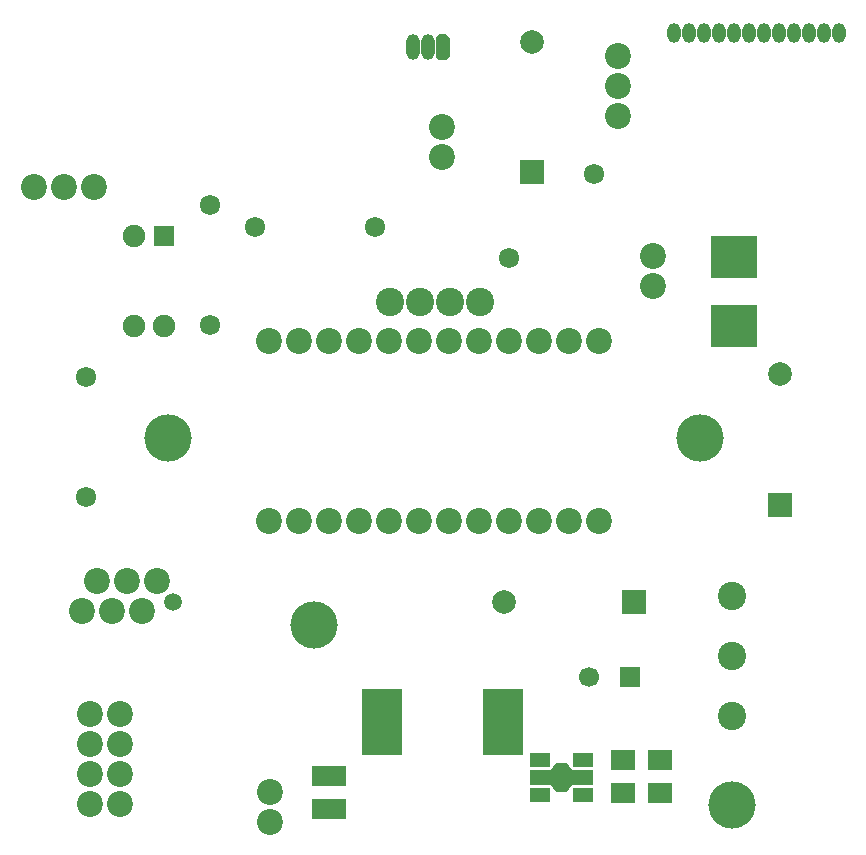
<source format=gts>
G04 DipTrace 2.4.0.2*
%INTopMask.gts*%
%MOMM*%
%ADD27C,2.0*%
%ADD29C,2.2*%
%ADD36C,2.2*%
%ADD39C,4.0*%
%ADD40C,1.5*%
%ADD46C,1.9*%
%ADD47O,1.149X1.7*%
%ADD49C,2.4*%
%ADD50R,1.7X1.2*%
%ADD52C,1.724*%
%ADD54C,1.724*%
%ADD56R,2.0X1.8*%
%ADD58O,1.14X2.2*%
%ADD60C,2.4*%
%ADD61R,3.4X5.6*%
%ADD64R,4.01X3.53*%
%ADD67R,2.0X2.0*%
%ADD69R,2.9X1.8*%
%ADD71C,1.7*%
%ADD73R,1.7X1.7*%
%FSLAX53Y53*%
G04*
G71*
G90*
G75*
G01*
%LNTopMask*%
%LPD*%
D73*
X64110Y27280D3*
D71*
X60610D3*
D69*
X38600Y16100D3*
Y18900D3*
D67*
X64427Y33630D3*
D27*
X53377D3*
D67*
X55755Y70043D3*
D27*
Y81092D3*
D67*
X76810Y41885D3*
D27*
Y52935D3*
D64*
X72900Y62845D3*
Y57025D3*
D39*
X25000Y47500D3*
X70000D3*
D36*
X33600Y17600D3*
Y15060D3*
X13586Y68804D3*
X16126D3*
X18666D3*
D29*
X24005Y35435D3*
X22735Y32895D3*
X21465Y35435D3*
X20195Y32895D3*
X18925Y35435D3*
X17655Y32895D3*
D40*
X25410Y33635D3*
D36*
X66040Y62931D3*
Y60391D3*
X63058Y74805D3*
Y77345D3*
Y79885D3*
X48135Y73853D3*
Y71313D3*
D61*
X53315Y23470D3*
X43115D3*
D60*
X51410Y59030D3*
X48870D3*
X46330D3*
X43790D3*
G36*
X48830Y81411D2*
X48527Y81720D1*
X47943D1*
X47640Y81411D1*
Y79829D1*
X47943Y79520D1*
X48527D1*
X48830Y79829D1*
Y81411D1*
G37*
D58*
X46965Y80620D3*
X45695D3*
D56*
X63475Y20295D3*
Y17495D3*
X66650Y20295D3*
Y17495D3*
D54*
X28550Y67285D3*
D52*
Y57125D3*
D54*
X42520Y65380D3*
D52*
X32360D3*
D54*
X18013Y42520D3*
D52*
Y52680D3*
D54*
X53850Y62740D3*
D52*
X61034Y69924D3*
D50*
X56490Y20295D3*
G36*
X57840Y19995D2*
X57390Y19395D1*
X55640D1*
Y18195D1*
X57390D1*
X57840Y17595D1*
X58740D1*
X59190Y18195D1*
X60940D1*
Y19395D1*
X59190D1*
X58740Y19995D1*
X57840D1*
G37*
D50*
X56490Y17295D3*
X60090Y20295D3*
Y17295D3*
D49*
X72700Y24000D3*
Y29080D3*
Y34160D3*
D39*
X37300Y31700D3*
X72700Y16500D3*
D47*
X67820Y81790D3*
X69090D3*
X70360D3*
X71630D3*
X72900D3*
X74170D3*
X75440D3*
X76710D3*
X77980D3*
X79250D3*
X80520D3*
X81790D3*
D29*
X61470Y55755D3*
X58930D3*
X56390D3*
X53850D3*
X51310D3*
X48770D3*
X46230D3*
X43690D3*
X41150D3*
X38610D3*
X36070D3*
X33530D3*
Y40515D3*
X36070D3*
X38610D3*
X41150D3*
X43690D3*
X46230D3*
X48770D3*
X51310D3*
X53850D3*
X56390D3*
X58930D3*
X61470D3*
D73*
X24640Y64645D3*
D46*
X22100D3*
Y57025D3*
X24640D3*
D36*
X18362Y24151D3*
Y21611D3*
Y19071D3*
Y16531D3*
X20902D3*
Y19071D3*
Y21611D3*
Y24151D3*
M02*

</source>
